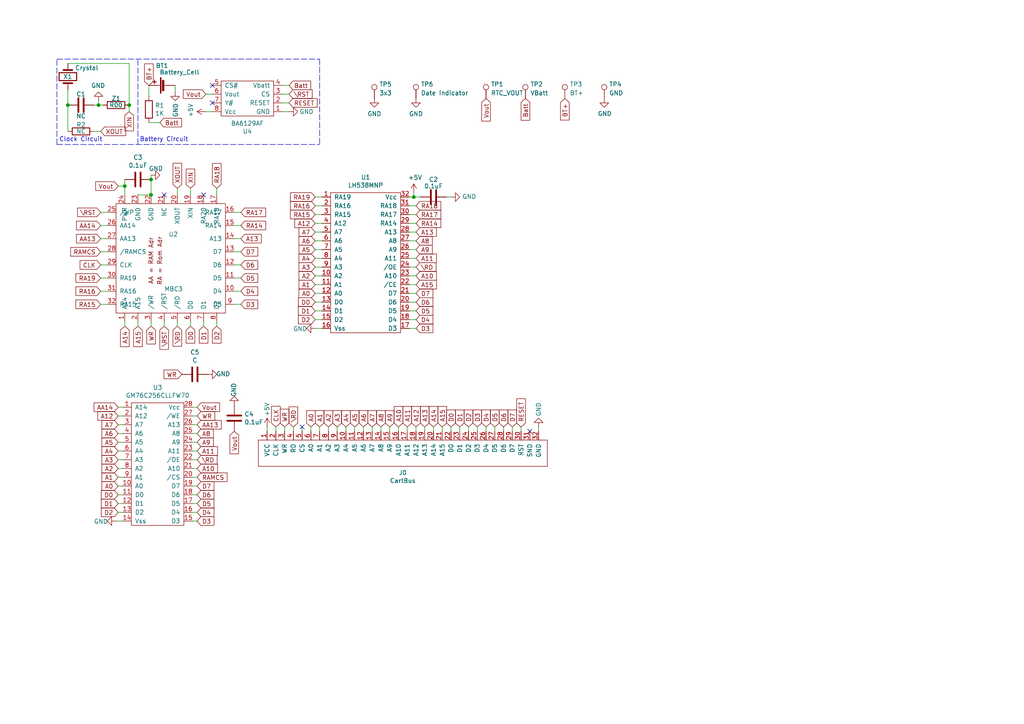
<source format=kicad_sch>
(kicad_sch (version 20211123) (generator eeschema)
  (paper "A4")
  (lib_symbols
    (symbol "Connector:TestPoint" (pin_numbers hide) (pin_names (offset 0.762) hide)
      (property "Reference" "TP" (at 0 6.858 0))
      (property "Value" "TestPoint" (at 0 5.08 0))
      (symbol "TestPoint_0_1"
        (circle (center 0 3.302) (radius 0.762))
      )
      (symbol "TestPoint_1_1"
        (pin passive line (at 0 0 90) (length 2.54) (name "1") (number "1"))
      )
    )
    (symbol "Device:Battery_Cell" (pin_numbers hide) (pin_names (offset 0) hide)
      (property "Reference" "BT" (at 2.54 2.54 0))
      (property "Value" "Battery_Cell" (at 2.54 0 0))
      (symbol "Battery_Cell_0_1"
        (rectangle (start -2.286 1.778) (end 2.286 1.524) (fill (type outline)))
        (rectangle (start -1.5748 1.1938) (end 1.4732 0.6858) (fill (type outline)))
        (polyline (pts (xy 0 0.762) (xy 0 0)))
        (polyline (pts (xy 0 1.778) (xy 0 2.54)))
        (polyline (pts (xy 0.508 3.429) (xy 1.524 3.429)) (stroke (width 0.254)))
        (polyline (pts (xy 1.016 3.937) (xy 1.016 2.921)) (stroke (width 0.254)))
      )
      (symbol "Battery_Cell_1_1"
        (pin passive line (at 0 5.08 270) (length 2.54) (name "+") (number "1"))
        (pin passive line (at 0 -2.54 90) (length 2.54) (name "-") (number "2"))
      )
    )
    (symbol "Device:C" (pin_numbers hide) (pin_names (offset 0.254))
      (property "Reference" "C" (at 0.635 2.54 0))
      (property "Value" "C" (at 0.635 -2.54 0))
      (symbol "C_0_1"
        (polyline (pts (xy -2.032 -0.762) (xy 2.032 -0.762)) (stroke (width 0.508)))
        (polyline (pts (xy -2.032 0.762) (xy 2.032 0.762)) (stroke (width 0.508)))
      )
      (symbol "C_1_1"
        (pin passive line (at 0 3.81 270) (length 2.794) (name "~") (number "1"))
        (pin passive line (at 0 -3.81 90) (length 2.794) (name "~") (number "2"))
      )
    )
    (symbol "Device:Crystal" (pin_numbers hide) (pin_names (offset 1.016) hide)
      (property "Reference" "Y" (at 0 3.81 0))
      (property "Value" "Crystal" (at 0 -3.81 0))
      (symbol "Crystal_0_1"
        (rectangle (start -1.143 2.54) (end 1.143 -2.54) (stroke (width 0.3048)))
        (polyline (pts (xy -2.54 0) (xy -1.905 0)))
        (polyline (pts (xy -1.905 -1.27) (xy -1.905 1.27)) (stroke (width 0.508)))
        (polyline (pts (xy 1.905 -1.27) (xy 1.905 1.27)) (stroke (width 0.508)))
        (polyline (pts (xy 2.54 0) (xy 1.905 0)))
      )
      (symbol "Crystal_1_1"
        (pin passive line (at -3.81 0 0) (length 1.27) (name "1") (number "1"))
        (pin passive line (at 3.81 0 180) (length 1.27) (name "2") (number "2"))
      )
    )
    (symbol "Device:R" (pin_numbers hide) (pin_names (offset 0))
      (property "Reference" "R" (at 2.032 0 90))
      (property "Value" "R" (at 0 0 90))
      (symbol "R_0_1"
        (rectangle (start -1.016 -2.54) (end 1.016 2.54) (stroke (width 0.254)))
      )
      (symbol "R_1_1"
        (pin passive line (at 0 3.81 270) (length 1.27) (name "~") (number "1"))
        (pin passive line (at 0 -3.81 90) (length 1.27) (name "~") (number "2"))
      )
    )
    (symbol "Gameboy:BA6129AF" (pin_names (offset 1.016))
      (property "Reference" "U4" (at -5.08 1.27 0))
      (property "Value" "BA6129AF" (at 7.62 4.445 0))
      (symbol "BA6129AF_1_1"
        (rectangle (start -7.62 -6.35) (end 7.62 3.81))
        (pin unspecified line (at -10.16 2.54 0) (length 2.54) (name "GND") (number "1"))
        (pin unspecified line (at -10.16 0 0) (length 2.54) (name "RESET") (number "2"))
        (pin unspecified line (at -10.16 -2.54 0) (length 2.54) (name "CS") (number "3"))
        (pin unspecified line (at -10.16 -5.08 0) (length 2.54) (name "Vbatt") (number "4"))
        (pin unspecified line (at 10.16 -5.08 180) (length 2.54) (name "CS#") (number "5"))
        (pin unspecified line (at 10.16 -2.54 180) (length 2.54) (name "Vout") (number "6"))
        (pin unspecified line (at 10.16 0 180) (length 2.54) (name "Y#") (number "7"))
        (pin unspecified line (at 10.16 2.54 180) (length 2.54) (name "Vcc") (number "8"))
      )
    )
    (symbol "Gameboy:LH538MNP" (pin_names (offset 1.016))
      (property "Reference" "U" (at 0 0 0))
      (property "Value" "Gameboy_LH538MNP" (at 0 -44.45 0))
      (symbol "LH538MNP_0_1"
        (rectangle (start -10.16 -1.27) (end 10.16 -41.91))
      )
      (symbol "LH538MNP_1_1"
        (pin unspecified line (at -12.7 -2.54 0) (length 2.54) (name "RA19") (number "1"))
        (pin unspecified line (at -12.7 -25.4 0) (length 2.54) (name "A2") (number "10"))
        (pin unspecified line (at -12.7 -27.94 0) (length 2.54) (name "A1") (number "11"))
        (pin unspecified line (at -12.7 -30.48 0) (length 2.54) (name "A0") (number "12"))
        (pin unspecified line (at -12.7 -33.02 0) (length 2.54) (name "D0") (number "13"))
        (pin unspecified line (at -12.7 -35.56 0) (length 2.54) (name "D1") (number "14"))
        (pin unspecified line (at -12.7 -38.1 0) (length 2.54) (name "D2") (number "15"))
        (pin unspecified line (at -12.7 -40.64 0) (length 2.54) (name "Vss") (number "16"))
        (pin unspecified line (at 12.7 -40.64 180) (length 2.54) (name "D3") (number "17"))
        (pin unspecified line (at 12.7 -38.1 180) (length 2.54) (name "D4") (number "18"))
        (pin unspecified line (at 12.7 -35.56 180) (length 2.54) (name "D5") (number "19"))
        (pin unspecified line (at -12.7 -5.08 0) (length 2.54) (name "RA16") (number "2"))
        (pin unspecified line (at 12.7 -33.02 180) (length 2.54) (name "D6") (number "20"))
        (pin unspecified line (at 12.7 -30.48 180) (length 2.54) (name "D7") (number "21"))
        (pin unspecified line (at 12.7 -27.94 180) (length 2.54) (name "/CE") (number "22"))
        (pin unspecified line (at 12.7 -25.4 180) (length 2.54) (name "A10") (number "23"))
        (pin unspecified line (at 12.7 -22.86 180) (length 2.54) (name "/OE") (number "24"))
        (pin unspecified line (at 12.7 -20.32 180) (length 2.54) (name "A11") (number "25"))
        (pin unspecified line (at 12.7 -17.78 180) (length 2.54) (name "A9") (number "26"))
        (pin unspecified line (at 12.7 -15.24 180) (length 2.54) (name "A8") (number "27"))
        (pin unspecified line (at 12.7 -12.7 180) (length 2.54) (name "A13") (number "28"))
        (pin unspecified line (at 12.7 -10.16 180) (length 2.54) (name "RA14") (number "29"))
        (pin unspecified line (at -12.7 -7.62 0) (length 2.54) (name "RA15") (number "3"))
        (pin unspecified line (at 12.7 -7.62 180) (length 2.54) (name "RA17") (number "30"))
        (pin unspecified line (at 12.7 -5.08 180) (length 2.54) (name "RA18") (number "31"))
        (pin unspecified line (at 12.7 -2.54 180) (length 2.54) (name "Vcc") (number "32"))
        (pin unspecified line (at -12.7 -10.16 0) (length 2.54) (name "A12") (number "4"))
        (pin unspecified line (at -12.7 -12.7 0) (length 2.54) (name "A7") (number "5"))
        (pin unspecified line (at -12.7 -15.24 0) (length 2.54) (name "A6") (number "6"))
        (pin unspecified line (at -12.7 -17.78 0) (length 2.54) (name "A5") (number "7"))
        (pin unspecified line (at -12.7 -20.32 0) (length 2.54) (name "A4") (number "8"))
        (pin unspecified line (at -12.7 -22.86 0) (length 2.54) (name "A3") (number "9"))
      )
    )
    (symbol "NintendoSymbols:CartBus" (pin_names (offset 1.016))
      (property "Reference" "U?" (at 24.13 -11.43 0))
      (property "Value" "NintendoSymbols_CartBus" (at 24.13 -8.89 0))
      (symbol "CartBus_0_1"
        (rectangle (start 66.04 0) (end -17.78 -7.62))
      )
      (symbol "CartBus_1_1"
        (pin unspecified line (at -15.24 2.54 270) (length 2.54) (name "VCC") (number "1"))
        (pin unspecified line (at 7.62 2.54 270) (length 2.54) (name "A4") (number "10"))
        (pin unspecified line (at 10.16 2.54 270) (length 2.54) (name "A5") (number "11"))
        (pin unspecified line (at 12.7 2.54 270) (length 2.54) (name "A6") (number "12"))
        (pin unspecified line (at 15.24 2.54 270) (length 2.54) (name "A7") (number "13"))
        (pin unspecified line (at 17.78 2.54 270) (length 2.54) (name "A8") (number "14"))
        (pin unspecified line (at 20.32 2.54 270) (length 2.54) (name "A9") (number "15"))
        (pin unspecified line (at 22.86 2.54 270) (length 2.54) (name "A10") (number "16"))
        (pin unspecified line (at 25.4 2.54 270) (length 2.54) (name "A11") (number "17"))
        (pin unspecified line (at 27.94 2.54 270) (length 2.54) (name "A12") (number "18"))
        (pin unspecified line (at 30.48 2.54 270) (length 2.54) (name "A13") (number "19"))
        (pin unspecified line (at -12.7 2.54 270) (length 2.54) (name "CLK~{}") (number "2"))
        (pin unspecified line (at 33.02 2.54 270) (length 2.54) (name "A14") (number "20"))
        (pin unspecified line (at 35.56 2.54 270) (length 2.54) (name "A15") (number "21"))
        (pin unspecified line (at 38.1 2.54 270) (length 2.54) (name "D0") (number "22"))
        (pin unspecified line (at 40.64 2.54 270) (length 2.54) (name "D1") (number "23"))
        (pin unspecified line (at 43.18 2.54 270) (length 2.54) (name "D2") (number "24"))
        (pin unspecified line (at 45.72 2.54 270) (length 2.54) (name "D3") (number "25"))
        (pin unspecified line (at 48.26 2.54 270) (length 2.54) (name "D4") (number "26"))
        (pin unspecified line (at 50.8 2.54 270) (length 2.54) (name "D5") (number "27"))
        (pin unspecified line (at 53.34 2.54 270) (length 2.54) (name "D6") (number "28"))
        (pin unspecified line (at 55.88 2.54 270) (length 2.54) (name "D7") (number "29"))
        (pin unspecified line (at -10.16 2.54 270) (length 2.54) (name "WR") (number "3"))
        (pin unspecified line (at 58.42 2.54 270) (length 2.54) (name "RST") (number "30"))
        (pin unspecified line (at 60.96 2.54 270) (length 2.54) (name "SND") (number "31"))
        (pin unspecified line (at 63.5 2.54 270) (length 2.54) (name "GND") (number "32"))
        (pin unspecified line (at -7.62 2.54 270) (length 2.54) (name "RD") (number "4"))
        (pin unspecified line (at -5.08 2.54 270) (length 2.54) (name "CS") (number "5"))
        (pin unspecified line (at -2.54 2.54 270) (length 2.54) (name "A0") (number "6"))
        (pin unspecified line (at 0 2.54 270) (length 2.54) (name "A1") (number "7"))
        (pin unspecified line (at 2.54 2.54 270) (length 2.54) (name "A2") (number "8"))
        (pin unspecified line (at 5.08 2.54 270) (length 2.54) (name "A3") (number "9"))
      )
    )
    (symbol "NintendoSymbols:GM76C256CLLFW70" (pin_names (offset 1.016))
      (property "Reference" "U" (at 0 0 0))
      (property "Value" "NintendoSymbols_GM76C256CLLFW70" (at 0 -38.1 0))
      (symbol "GM76C256CLLFW70_0_1"
        (rectangle (start -7.62 -1.27) (end 7.62 -36.83))
      )
      (symbol "GM76C256CLLFW70_1_1"
        (pin unspecified line (at -10.16 -2.54 0) (length 2.54) (name "A14") (number "1"))
        (pin unspecified line (at -10.16 -25.4 0) (length 2.54) (name "A0") (number "10"))
        (pin unspecified line (at -10.16 -27.94 0) (length 2.54) (name "D0") (number "11"))
        (pin unspecified line (at -10.16 -30.48 0) (length 2.54) (name "D1") (number "12"))
        (pin unspecified line (at -10.16 -33.02 0) (length 2.54) (name "D2") (number "13"))
        (pin unspecified line (at -10.16 -35.56 0) (length 2.54) (name "Vss") (number "14"))
        (pin unspecified line (at 10.16 -35.56 180) (length 2.54) (name "D3") (number "15"))
        (pin unspecified line (at 10.16 -33.02 180) (length 2.54) (name "D4") (number "16"))
        (pin unspecified line (at 10.16 -30.48 180) (length 2.54) (name "D5") (number "17"))
        (pin unspecified line (at 10.16 -27.94 180) (length 2.54) (name "D6") (number "18"))
        (pin unspecified line (at 10.16 -25.4 180) (length 2.54) (name "D7") (number "19"))
        (pin unspecified line (at -10.16 -5.08 0) (length 2.54) (name "A12") (number "2"))
        (pin unspecified line (at 10.16 -22.86 180) (length 2.54) (name "/CS") (number "20"))
        (pin unspecified line (at 10.16 -20.32 180) (length 2.54) (name "A10") (number "21"))
        (pin unspecified line (at 10.16 -17.78 180) (length 2.54) (name "/OE") (number "22"))
        (pin unspecified line (at 10.16 -15.24 180) (length 2.54) (name "A11") (number "23"))
        (pin unspecified line (at 10.16 -12.7 180) (length 2.54) (name "A9") (number "24"))
        (pin unspecified line (at 10.16 -10.16 180) (length 2.54) (name "A8") (number "25"))
        (pin unspecified line (at 10.16 -7.62 180) (length 2.54) (name "A13") (number "26"))
        (pin unspecified line (at 10.16 -5.08 180) (length 2.54) (name "/WE") (number "27"))
        (pin unspecified line (at 10.16 -2.54 180) (length 2.54) (name "Vcc") (number "28"))
        (pin unspecified line (at -10.16 -7.62 0) (length 2.54) (name "A7") (number "3"))
        (pin unspecified line (at -10.16 -10.16 0) (length 2.54) (name "A6") (number "4"))
        (pin unspecified line (at -10.16 -12.7 0) (length 2.54) (name "A5") (number "5"))
        (pin unspecified line (at -10.16 -15.24 0) (length 2.54) (name "A4") (number "6"))
        (pin unspecified line (at -10.16 -17.78 0) (length 2.54) (name "A3") (number "7"))
        (pin unspecified line (at -10.16 -20.32 0) (length 2.54) (name "A2") (number "8"))
        (pin unspecified line (at -10.16 -22.86 0) (length 2.54) (name "A1") (number "9"))
      )
    )
    (symbol "NintendoSymbols:MBC3" (pin_names (offset 1.016))
      (property "Reference" "U" (at -12.7 -13.97 0))
      (property "Value" "NintendoSymbols_MBC3" (at -12.7 -31.75 0))
      (symbol "MBC3_0_0"
        (text "AA = RAM Adr" (at -12.7 -16.51 0) (effects (font (size 1.27 1.27))))
        (text "RA = Rom Adr" (at -12.7 -19.05 0) (effects (font (size 1.27 1.27))))
      )
      (symbol "MBC3_1_1"
        (rectangle (start 3.81 -6.35) (end -27.94 -38.1))
        (pin unspecified line (at -30.48 -8.89 0) (length 2.54) (name "A14") (number "1"))
        (pin unspecified line (at -21.59 -40.64 90) (length 2.54) (name "D4") (number "10"))
        (pin unspecified line (at -17.78 -40.64 90) (length 2.54) (name "D5") (number "11"))
        (pin unspecified line (at -13.97 -40.64 90) (length 2.54) (name "D6") (number "12"))
        (pin unspecified line (at -10.16 -40.64 90) (length 2.54) (name "D7") (number "13"))
        (pin unspecified line (at -6.35 -40.64 90) (length 2.54) (name "A13") (number "14"))
        (pin unspecified line (at -2.54 -40.64 90) (length 2.54) (name "RA14") (number "15"))
        (pin unspecified line (at 1.27 -40.64 90) (length 2.54) (name "RA17") (number "16"))
        (pin unspecified line (at 6.35 -35.56 180) (length 2.54) (name "RA18") (number "17"))
        (pin unspecified line (at 6.35 -31.75 180) (length 2.54) (name "RA20") (number "18"))
        (pin unspecified line (at 6.35 -27.94 180) (length 2.54) (name "XIN") (number "19"))
        (pin unspecified line (at -30.48 -12.7 0) (length 2.54) (name "A15") (number "2"))
        (pin unspecified line (at 6.35 -24.13 180) (length 2.54) (name "XOUT") (number "20"))
        (pin unspecified line (at 6.35 -20.32 180) (length 2.54) (name "NC") (number "21"))
        (pin unspecified line (at 6.35 -16.51 180) (length 2.54) (name "GND") (number "22"))
        (pin unspecified line (at 6.35 -12.7 180) (length 2.54) (name "GND") (number "23"))
        (pin unspecified line (at 6.35 -8.89 180) (length 2.54) (name "PWR") (number "24"))
        (pin unspecified line (at 1.27 -3.81 270) (length 2.54) (name "/WP") (number "25"))
        (pin unspecified line (at -2.54 -3.81 270) (length 2.54) (name "AA14") (number "26"))
        (pin unspecified line (at -6.35 -3.81 270) (length 2.54) (name "AA13") (number "27"))
        (pin unspecified line (at -10.16 -3.81 270) (length 2.54) (name "/RAMCS") (number "28"))
        (pin unspecified line (at -13.97 -3.81 270) (length 2.54) (name "CLK") (number "29"))
        (pin unspecified line (at -30.48 -16.51 0) (length 2.54) (name "/WR") (number "3"))
        (pin unspecified line (at -17.78 -3.81 270) (length 2.54) (name "RA19") (number "30"))
        (pin unspecified line (at -21.59 -3.81 270) (length 2.54) (name "RA16") (number "31"))
        (pin unspecified line (at -25.4 -3.81 270) (length 2.54) (name "RA15") (number "32"))
        (pin unspecified line (at -30.48 -20.32 0) (length 2.54) (name "/RST") (number "4"))
        (pin unspecified line (at -30.48 -24.13 0) (length 2.54) (name "/RD") (number "5"))
        (pin unspecified line (at -30.48 -27.94 0) (length 2.54) (name "D0") (number "6"))
        (pin unspecified line (at -30.48 -31.75 0) (length 2.54) (name "D1") (number "7"))
        (pin unspecified line (at -30.48 -35.56 0) (length 2.54) (name "D2") (number "8"))
        (pin unspecified line (at -25.4 -40.64 90) (length 2.54) (name "D3") (number "9"))
      )
    )
    (symbol "power:+5V" (power) (pin_names (offset 0))
      (property "Value" "+5V" (at 0 3.556 0))
      (symbol "+5V_0_1"
        (polyline (pts (xy -0.762 1.27) (xy 0 2.54)))
        (polyline (pts (xy 0 0) (xy 0 2.54)))
        (polyline (pts (xy 0 2.54) (xy 0.762 1.27)))
      )
      (symbol "+5V_1_1"
        (pin power_in line (at 0 0 90) (length 0) hide (name "+5V") (number "1"))
      )
    )
    (symbol "power:GND" (power) (pin_names (offset 0))
      (property "Value" "GND" (at 0 -3.81 0))
      (symbol "GND_0_1"
        (polyline (pts (xy 0 0) (xy 0 -1.27) (xy 1.27 -1.27) (xy 0 -2.54) (xy -1.27 -1.27) (xy 0 -1.27)))
      )
      (symbol "GND_1_1"
        (pin power_in line (at 0 0 270) (length 0) hide (name "GND") (number "1"))
      )
    )
  )
  (junction (at 19.685 30.48))
  (junction (at 37.465 30.48))
  (junction (at 43.815 56.515))
  (junction (at 28.575 30.48))
  (junction (at 120.015 57.15))
  (junction (at 36.195 53.975))
  (junction (at 43.815 52.07))
  (no_connect (at 153.67 125.095))
  (no_connect (at 59.055 56.515))
  (no_connect (at 87.63 123.825))
  (no_connect (at 61.595 24.765))
  (no_connect (at 47.625 56.515))
  (no_connect (at 61.595 29.845))
  (wire (pts (xy 55.88 146.05) (xy 57.15 146.05)))
  (polyline (pts (xy 16.51 41.91) (xy 92.71 41.91)))
  (wire (pts (xy 34.29 138.43) (xy 35.56 138.43)))
  (wire (pts (xy 118.745 90.17) (xy 120.65 90.17)))
  (wire (pts (xy 77.47 123.825) (xy 77.47 125.095)))
  (wire (pts (xy 118.745 85.09) (xy 120.65 85.09)))
  (wire (pts (xy 129.54 57.15) (xy 130.81 57.15)))
  (wire (pts (xy 67.945 65.405) (xy 69.85 65.405)))
  (polyline (pts (xy 40.005 41.91) (xy 40.005 17.145)))
  (wire (pts (xy 118.745 74.93) (xy 120.65 74.93)))
  (wire (pts (xy 34.29 146.05) (xy 35.56 146.05)))
  (wire (pts (xy 91.44 90.17) (xy 93.345 90.17)))
  (wire (pts (xy 81.915 24.765) (xy 83.82 24.765)))
  (wire (pts (xy 118.745 95.25) (xy 120.65 95.25)))
  (wire (pts (xy 148.59 125.095) (xy 148.59 123.825)))
  (wire (pts (xy 93.345 95.25) (xy 91.44 95.25)))
  (wire (pts (xy 34.29 143.51) (xy 35.56 143.51)))
  (wire (pts (xy 36.195 53.975) (xy 36.195 52.07)))
  (wire (pts (xy 55.245 56.515) (xy 55.245 54.61)))
  (wire (pts (xy 118.11 125.095) (xy 118.11 123.825)))
  (wire (pts (xy 125.73 125.095) (xy 125.73 123.825)))
  (wire (pts (xy 67.945 61.595) (xy 69.85 61.595)))
  (wire (pts (xy 91.44 74.93) (xy 93.345 74.93)))
  (wire (pts (xy 40.005 93.345) (xy 40.005 94.615)))
  (wire (pts (xy 40.005 56.515) (xy 43.815 56.515)))
  (wire (pts (xy 118.745 59.69) (xy 120.65 59.69)))
  (wire (pts (xy 91.44 92.71) (xy 93.345 92.71)))
  (wire (pts (xy 118.745 80.01) (xy 120.65 80.01)))
  (wire (pts (xy 120.015 57.15) (xy 120.015 55.88)))
  (wire (pts (xy 29.21 65.405) (xy 31.115 65.405)))
  (wire (pts (xy 47.625 93.345) (xy 47.625 94.615)))
  (wire (pts (xy 43.815 52.07) (xy 43.815 50.8)))
  (wire (pts (xy 29.21 80.645) (xy 31.115 80.645)))
  (wire (pts (xy 115.57 125.095) (xy 115.57 123.825)))
  (wire (pts (xy 19.685 30.48) (xy 19.685 38.1)))
  (wire (pts (xy 37.465 18.415) (xy 19.685 18.415)))
  (wire (pts (xy 67.945 76.835) (xy 69.85 76.835)))
  (wire (pts (xy 37.465 30.48) (xy 37.465 18.415)))
  (wire (pts (xy 55.88 118.11) (xy 57.15 118.11)))
  (wire (pts (xy 67.945 88.265) (xy 69.85 88.265)))
  (wire (pts (xy 97.79 125.095) (xy 97.79 123.825)))
  (wire (pts (xy 43.815 52.07) (xy 43.815 56.515)))
  (wire (pts (xy 29.21 76.835) (xy 31.115 76.835)))
  (wire (pts (xy 55.245 93.345) (xy 55.245 94.615)))
  (wire (pts (xy 91.44 82.55) (xy 93.345 82.55)))
  (wire (pts (xy 81.915 27.305) (xy 83.82 27.305)))
  (wire (pts (xy 55.88 128.27) (xy 57.15 128.27)))
  (wire (pts (xy 113.03 125.095) (xy 113.03 123.825)))
  (wire (pts (xy 51.435 56.515) (xy 51.435 54.61)))
  (wire (pts (xy 156.21 125.095) (xy 156.21 123.825)))
  (wire (pts (xy 55.88 120.65) (xy 57.15 120.65)))
  (wire (pts (xy 55.88 133.35) (xy 57.15 133.35)))
  (wire (pts (xy 27.305 38.1) (xy 29.21 38.1)))
  (wire (pts (xy 82.55 125.095) (xy 82.55 123.825)))
  (wire (pts (xy 55.88 148.59) (xy 57.15 148.59)))
  (wire (pts (xy 91.44 85.09) (xy 93.345 85.09)))
  (wire (pts (xy 19.685 26.035) (xy 19.685 30.48)))
  (wire (pts (xy 121.92 57.15) (xy 120.015 57.15)))
  (polyline (pts (xy 92.71 17.145) (xy 92.71 41.91)))
  (wire (pts (xy 55.88 123.19) (xy 57.15 123.19)))
  (wire (pts (xy 118.745 62.23) (xy 120.65 62.23)))
  (wire (pts (xy 118.745 77.47) (xy 120.65 77.47)))
  (wire (pts (xy 67.945 80.645) (xy 69.85 80.645)))
  (wire (pts (xy 67.945 84.455) (xy 69.85 84.455)))
  (wire (pts (xy 43.18 24.765) (xy 43.18 27.94)))
  (wire (pts (xy 143.51 125.095) (xy 143.51 123.825)))
  (wire (pts (xy 91.44 87.63) (xy 93.345 87.63)))
  (wire (pts (xy 130.81 125.095) (xy 130.81 123.825)))
  (wire (pts (xy 67.945 69.215) (xy 69.85 69.215)))
  (wire (pts (xy 138.43 125.095) (xy 138.43 123.825)))
  (wire (pts (xy 59.69 32.385) (xy 61.595 32.385)))
  (polyline (pts (xy 16.51 17.145) (xy 92.71 17.145)))
  (wire (pts (xy 62.865 56.515) (xy 62.865 54.61)))
  (wire (pts (xy 146.05 125.095) (xy 146.05 123.825)))
  (wire (pts (xy 107.95 125.095) (xy 107.95 123.825)))
  (wire (pts (xy 34.29 125.73) (xy 35.56 125.73)))
  (wire (pts (xy 28.575 30.48) (xy 29.845 30.48)))
  (wire (pts (xy 140.97 125.095) (xy 140.97 123.825)))
  (wire (pts (xy 34.29 128.27) (xy 35.56 128.27)))
  (wire (pts (xy 36.195 56.515) (xy 36.195 53.975)))
  (wire (pts (xy 55.88 138.43) (xy 57.15 138.43)))
  (wire (pts (xy 29.21 73.025) (xy 31.115 73.025)))
  (wire (pts (xy 120.65 125.095) (xy 120.65 123.825)))
  (wire (pts (xy 90.17 125.095) (xy 90.17 123.825)))
  (wire (pts (xy 59.055 93.345) (xy 59.055 94.615)))
  (wire (pts (xy 100.33 125.095) (xy 100.33 123.825)))
  (wire (pts (xy 118.745 72.39) (xy 120.65 72.39)))
  (wire (pts (xy 118.745 92.71) (xy 120.65 92.71)))
  (wire (pts (xy 81.915 32.385) (xy 83.82 32.385)))
  (wire (pts (xy 91.44 62.23) (xy 93.345 62.23)))
  (wire (pts (xy 27.305 30.48) (xy 28.575 30.48)))
  (wire (pts (xy 35.56 151.13) (xy 33.655 151.13)))
  (wire (pts (xy 55.88 125.73) (xy 57.15 125.73)))
  (wire (pts (xy 102.87 125.095) (xy 102.87 123.825)))
  (wire (pts (xy 34.29 53.975) (xy 36.195 53.975)))
  (wire (pts (xy 55.88 135.89) (xy 57.15 135.89)))
  (wire (pts (xy 43.18 35.56) (xy 46.355 35.56)))
  (wire (pts (xy 61.595 27.305) (xy 59.69 27.305)))
  (wire (pts (xy 123.19 125.095) (xy 123.19 123.825)))
  (wire (pts (xy 29.21 88.265) (xy 31.115 88.265)))
  (wire (pts (xy 91.44 69.85) (xy 93.345 69.85)))
  (wire (pts (xy 87.63 125.095) (xy 87.63 123.825)))
  (wire (pts (xy 36.195 93.345) (xy 36.195 94.615)))
  (wire (pts (xy 67.945 73.025) (xy 69.85 73.025)))
  (wire (pts (xy 34.29 123.19) (xy 35.56 123.19)))
  (wire (pts (xy 37.465 30.48) (xy 37.465 32.385)))
  (wire (pts (xy 43.815 93.345) (xy 43.815 94.615)))
  (wire (pts (xy 105.41 125.095) (xy 105.41 123.825)))
  (wire (pts (xy 128.27 125.095) (xy 128.27 123.825)))
  (wire (pts (xy 118.745 69.85) (xy 120.65 69.85)))
  (wire (pts (xy 55.88 151.13) (xy 57.15 151.13)))
  (wire (pts (xy 80.01 125.095) (xy 80.01 123.825)))
  (wire (pts (xy 118.745 64.77) (xy 120.65 64.77)))
  (wire (pts (xy 95.25 125.095) (xy 95.25 123.825)))
  (wire (pts (xy 29.21 84.455) (xy 31.115 84.455)))
  (wire (pts (xy 34.29 130.81) (xy 35.56 130.81)))
  (wire (pts (xy 81.915 29.845) (xy 83.82 29.845)))
  (wire (pts (xy 29.21 61.595) (xy 31.115 61.595)))
  (wire (pts (xy 91.44 57.15) (xy 93.345 57.15)))
  (wire (pts (xy 91.44 72.39) (xy 93.345 72.39)))
  (wire (pts (xy 91.44 80.01) (xy 93.345 80.01)))
  (wire (pts (xy 91.44 59.69) (xy 93.345 59.69)))
  (wire (pts (xy 133.35 125.095) (xy 133.35 123.825)))
  (wire (pts (xy 51.435 93.345) (xy 51.435 94.615)))
  (wire (pts (xy 34.29 118.11) (xy 35.56 118.11)))
  (wire (pts (xy 118.745 87.63) (xy 120.65 87.63)))
  (wire (pts (xy 55.88 143.51) (xy 57.15 143.51)))
  (wire (pts (xy 50.8 24.765) (xy 50.8 26.67)))
  (wire (pts (xy 91.44 77.47) (xy 93.345 77.47)))
  (wire (pts (xy 34.29 133.35) (xy 35.56 133.35)))
  (wire (pts (xy 118.745 82.55) (xy 120.65 82.55)))
  (wire (pts (xy 29.21 69.215) (xy 31.115 69.215)))
  (wire (pts (xy 55.88 140.97) (xy 57.15 140.97)))
  (wire (pts (xy 34.29 135.89) (xy 35.56 135.89)))
  (wire (pts (xy 110.49 125.095) (xy 110.49 123.825)))
  (wire (pts (xy 34.29 120.65) (xy 35.56 120.65)))
  (wire (pts (xy 91.44 64.77) (xy 93.345 64.77)))
  (wire (pts (xy 118.745 67.31) (xy 120.65 67.31)))
  (wire (pts (xy 151.13 125.095) (xy 151.13 123.825)))
  (wire (pts (xy 34.29 140.97) (xy 35.56 140.97)))
  (wire (pts (xy 62.865 93.345) (xy 62.865 94.615)))
  (wire (pts (xy 120.015 57.15) (xy 118.745 57.15)))
  (wire (pts (xy 28.575 29.21) (xy 28.575 30.48)))
  (wire (pts (xy 85.09 125.095) (xy 85.09 123.825)))
  (wire (pts (xy 135.89 125.095) (xy 135.89 123.825)))
  (wire (pts (xy 92.71 125.095) (xy 92.71 123.825)))
  (wire (pts (xy 91.44 67.31) (xy 93.345 67.31)))
  (wire (pts (xy 55.88 130.81) (xy 57.15 130.81)))
  (wire (pts (xy 34.29 148.59) (xy 35.56 148.59)))
  (polyline (pts (xy 16.51 41.91) (xy 16.51 17.145)))
  (text "Battery Circuit" (at 54.61 41.275 180) (effects (font (size 1.27 1.27)) (justify right bottom)))
  (text "Clock Circuit" (at 17.145 41.275 0) (effects (font (size 1.27 1.27)) (justify left bottom)))
  (global_label "A1" (shape input) (at 92.71 123.825 90) (property "Intersheet References" "${INTERSHEET_REFS}" (effects hide)))
  (global_label "Vout" (shape input) (at 59.69 27.305 180) (property "Intersheet References" "${INTERSHEET_REFS}" (effects hide)))
  (global_label "A10" (shape input) (at 57.15 135.89 0) (property "Intersheet References" "${INTERSHEET_REFS}" (effects hide)))
  (global_label "Vout" (shape input) (at 57.15 118.11 0) (property "Intersheet References" "${INTERSHEET_REFS}" (effects hide)))
  (global_label "D7" (shape input) (at 57.15 140.97 0) (property "Intersheet References" "${INTERSHEET_REFS}" (effects hide)))
  (global_label "D1" (shape input) (at 34.29 146.05 180) (property "Intersheet References" "${INTERSHEET_REFS}" (effects hide)))
  (global_label "D3" (shape input) (at 120.65 95.25 0) (property "Intersheet References" "${INTERSHEET_REFS}" (effects hide)))
  (global_label "A4" (shape input) (at 91.44 74.93 180) (property "Intersheet References" "${INTERSHEET_REFS}" (effects hide)))
  (global_label "A1" (shape input) (at 34.29 138.43 180) (property "Intersheet References" "${INTERSHEET_REFS}" (effects hide)))
  (global_label "AA13" (shape input) (at 57.15 123.19 0) (property "Intersheet References" "${INTERSHEET_REFS}" (effects hide)))
  (global_label "D3" (shape input) (at 69.85 88.265 0) (property "Intersheet References" "${INTERSHEET_REFS}" (effects hide)))
  (global_label "D7" (shape input) (at 120.65 85.09 0) (property "Intersheet References" "${INTERSHEET_REFS}" (effects hide)))
  (global_label "BT+" (shape input) (at 43.18 24.765 90) (property "Intersheet References" "${INTERSHEET_REFS}" (effects hide)))
  (global_label "RAMCS" (shape input) (at 29.21 73.025 180) (property "Intersheet References" "${INTERSHEET_REFS}" (effects hide)))
  (global_label "Batt" (shape input) (at 83.82 24.765 0) (property "Intersheet References" "${INTERSHEET_REFS}" (effects hide)))
  (global_label "A0" (shape input) (at 90.17 123.825 90) (property "Intersheet References" "${INTERSHEET_REFS}" (effects hide)))
  (global_label "D4" (shape input) (at 120.65 92.71 0) (property "Intersheet References" "${INTERSHEET_REFS}" (effects hide)))
  (global_label "A7" (shape input) (at 107.95 123.825 90) (property "Intersheet References" "${INTERSHEET_REFS}" (effects hide)))
  (global_label "WR" (shape input) (at 52.705 108.585 180) (property "Intersheet References" "${INTERSHEET_REFS}" (effects hide)))
  (global_label "A12" (shape input) (at 120.65 123.825 90) (property "Intersheet References" "${INTERSHEET_REFS}" (effects hide)))
  (global_label "RA16" (shape input) (at 29.21 84.455 180) (property "Intersheet References" "${INTERSHEET_REFS}" (effects hide)))
  (global_label "\\RD" (shape input) (at 51.435 94.615 270) (property "Intersheet References" "${INTERSHEET_REFS}" (effects hide)))
  (global_label "D1" (shape input) (at 59.055 94.615 270) (property "Intersheet References" "${INTERSHEET_REFS}" (effects hide)))
  (global_label "D5" (shape input) (at 57.15 146.05 0) (property "Intersheet References" "${INTERSHEET_REFS}" (effects hide)))
  (global_label "RA14" (shape input) (at 69.85 65.405 0) (property "Intersheet References" "${INTERSHEET_REFS}" (effects hide)))
  (global_label "D7" (shape input) (at 69.85 73.025 0) (property "Intersheet References" "${INTERSHEET_REFS}" (effects hide)))
  (global_label "A4" (shape input) (at 100.33 123.825 90) (property "Intersheet References" "${INTERSHEET_REFS}" (effects hide)))
  (global_label "RA15" (shape input) (at 29.21 88.265 180) (property "Intersheet References" "${INTERSHEET_REFS}" (effects hide)))
  (global_label "RA14" (shape input) (at 120.65 64.77 0) (property "Intersheet References" "${INTERSHEET_REFS}" (effects hide)))
  (global_label "RA16" (shape input) (at 91.44 59.69 180) (property "Intersheet References" "${INTERSHEET_REFS}" (effects hide)))
  (global_label "A11" (shape input) (at 57.15 130.81 0) (property "Intersheet References" "${INTERSHEET_REFS}" (effects hide)))
  (global_label "RESET" (shape input) (at 83.82 29.845 0) (property "Intersheet References" "${INTERSHEET_REFS}" (effects hide)))
  (global_label "A5" (shape input) (at 102.87 123.825 90) (property "Intersheet References" "${INTERSHEET_REFS}" (effects hide)))
  (global_label "XIN" (shape input) (at 55.245 54.61 90) (property "Intersheet References" "${INTERSHEET_REFS}" (effects hide)))
  (global_label "A2" (shape input) (at 95.25 123.825 90) (property "Intersheet References" "${INTERSHEET_REFS}" (effects hide)))
  (global_label "Vout" (shape input) (at 67.945 125.095 270) (property "Intersheet References" "${INTERSHEET_REFS}" (effects hide)))
  (global_label "A2" (shape input) (at 91.44 80.01 180) (property "Intersheet References" "${INTERSHEET_REFS}" (effects hide)))
  (global_label "D5" (shape input) (at 120.65 90.17 0) (property "Intersheet References" "${INTERSHEET_REFS}" (effects hide)))
  (global_label "A6" (shape input) (at 34.29 125.73 180) (property "Intersheet References" "${INTERSHEET_REFS}" (effects hide)))
  (global_label "Batt" (shape input) (at 46.355 35.56 0) (property "Intersheet References" "${INTERSHEET_REFS}" (effects hide)))
  (global_label "D0" (shape input) (at 55.245 94.615 270) (property "Intersheet References" "${INTERSHEET_REFS}" (effects hide)))
  (global_label "RA19" (shape input) (at 91.44 57.15 180) (property "Intersheet References" "${INTERSHEET_REFS}" (effects hide)))
  (global_label "RA18" (shape input) (at 62.865 54.61 90) (property "Intersheet References" "${INTERSHEET_REFS}" (effects hide)))
  (global_label "CLK" (shape input) (at 80.01 123.825 90) (property "Intersheet References" "${INTERSHEET_REFS}" (effects hide)))
  (global_label "A15" (shape input) (at 40.005 94.615 270) (property "Intersheet References" "${INTERSHEET_REFS}" (effects hide)))
  (global_label "A7" (shape input) (at 34.29 123.19 180) (property "Intersheet References" "${INTERSHEET_REFS}" (effects hide)))
  (global_label "A1" (shape input) (at 91.44 82.55 180) (property "Intersheet References" "${INTERSHEET_REFS}" (effects hide)))
  (global_label "A14" (shape input) (at 36.195 94.615 270) (property "Intersheet References" "${INTERSHEET_REFS}" (effects hide)))
  (global_label "XOUT" (shape input) (at 51.435 54.61 90) (property "Intersheet References" "${INTERSHEET_REFS}" (effects hide)))
  (global_label "D0" (shape input) (at 130.81 123.825 90) (property "Intersheet References" "${INTERSHEET_REFS}" (effects hide)))
  (global_label "A3" (shape input) (at 91.44 77.47 180) (property "Intersheet References" "${INTERSHEET_REFS}" (effects hide)))
  (global_label "D7" (shape input) (at 148.59 123.825 90) (property "Intersheet References" "${INTERSHEET_REFS}" (effects hide)))
  (global_label "D6" (shape input) (at 69.85 76.835 0) (property "Intersheet References" "${INTERSHEET_REFS}" (effects hide)))
  (global_label "A8" (shape input) (at 120.65 69.85 0) (property "Intersheet References" "${INTERSHEET_REFS}" (effects hide)))
  (global_label "A11" (shape input) (at 118.11 123.825 90) (property "Intersheet References" "${INTERSHEET_REFS}" (effects hide)))
  (global_label "A0" (shape input) (at 34.29 140.97 180) (property "Intersheet References" "${INTERSHEET_REFS}" (effects hide)))
  (global_label "A7" (shape input) (at 91.44 67.31 180) (property "Intersheet References" "${INTERSHEET_REFS}" (effects hide)))
  (global_label "XIN" (shape input) (at 37.465 32.385 270) (property "Intersheet References" "${INTERSHEET_REFS}" (effects hide)))
  (global_label "\\RD" (shape input) (at 57.15 133.35 0) (property "Intersheet References" "${INTERSHEET_REFS}" (effects hide)))
  (global_label "RA19" (shape input) (at 29.21 80.645 180) (property "Intersheet References" "${INTERSHEET_REFS}" (effects hide)))
  (global_label "D2" (shape input) (at 62.865 94.615 270) (property "Intersheet References" "${INTERSHEET_REFS}" (effects hide)))
  (global_label "XOUT" (shape input) (at 29.21 38.1 0) (property "Intersheet References" "${INTERSHEET_REFS}" (effects hide)))
  (global_label "A5" (shape input) (at 91.44 72.39 180) (property "Intersheet References" "${INTERSHEET_REFS}" (effects hide)))
  (global_label "A12" (shape input) (at 91.44 64.77 180) (property "Intersheet References" "${INTERSHEET_REFS}" (effects hide)))
  (global_label "A8" (shape input) (at 110.49 123.825 90) (property "Intersheet References" "${INTERSHEET_REFS}" (effects hide)))
  (global_label "D4" (shape input) (at 140.97 123.825 90) (property "Intersheet References" "${INTERSHEET_REFS}" (effects hide)))
  (global_label "A6" (shape input) (at 91.44 69.85 180) (property "Intersheet References" "${INTERSHEET_REFS}" (effects hide)))
  (global_label "A15" (shape input) (at 128.27 123.825 90) (property "Intersheet References" "${INTERSHEET_REFS}" (effects hide)))
  (global_label "AA14" (shape input) (at 29.21 65.405 180) (property "Intersheet References" "${INTERSHEET_REFS}" (effects hide)))
  (global_label "A10" (shape input) (at 115.57 123.825 90) (property "Intersheet References" "${INTERSHEET_REFS}" (effects hide)))
  (global_label "D6" (shape input) (at 120.65 87.63 0) (property "Intersheet References" "${INTERSHEET_REFS}" (effects hide)))
  (global_label "A2" (shape input) (at 34.29 135.89 180) (property "Intersheet References" "${INTERSHEET_REFS}" (effects hide)))
  (global_label "Batt" (shape input) (at 152.4 28.575 270) (property "Intersheet References" "${INTERSHEET_REFS}" (effects hide)))
  (global_label "RA17" (shape input) (at 69.85 61.595 0) (property "Intersheet References" "${INTERSHEET_REFS}" (effects hide)))
  (global_label "A11" (shape input) (at 120.65 74.93 0) (property "Intersheet References" "${INTERSHEET_REFS}" (effects hide)))
  (global_label "A0" (shape input) (at 91.44 85.09 180) (property "Intersheet References" "${INTERSHEET_REFS}" (effects hide)))
  (global_label "Vout" (shape input) (at 34.29 53.975 180) (property "Intersheet References" "${INTERSHEET_REFS}" (effects hide)))
  (global_label "D4" (shape input) (at 57.15 148.59 0) (property "Intersheet References" "${INTERSHEET_REFS}" (effects hide)))
  (global_label "RAMCS" (shape input) (at 57.15 138.43 0) (property "Intersheet References" "${INTERSHEET_REFS}" (effects hide)))
  (global_label "D6" (shape input) (at 57.15 143.51 0) (property "Intersheet References" "${INTERSHEET_REFS}" (effects hide)))
  (global_label "A14" (shape input) (at 125.73 123.825 90) (property "Intersheet References" "${INTERSHEET_REFS}" (effects hide)))
  (global_label "A6" (shape input) (at 105.41 123.825 90) (property "Intersheet References" "${INTERSHEET_REFS}" (effects hide)))
  (global_label "D3" (shape input) (at 138.43 123.825 90) (property "Intersheet References" "${INTERSHEET_REFS}" (effects hide)))
  (global_label "A9" (shape input) (at 120.65 72.39 0) (property "Intersheet References" "${INTERSHEET_REFS}" (effects hide)))
  (global_label "WR" (shape input) (at 43.815 94.615 270) (property "Intersheet References" "${INTERSHEET_REFS}" (effects hide)))
  (global_label "A10" (shape input) (at 120.65 80.01 0) (property "Intersheet References" "${INTERSHEET_REFS}" (effects hide)))
  (global_label "D5" (shape input) (at 69.85 80.645 0) (property "Intersheet References" "${INTERSHEET_REFS}" (effects hide)))
  (global_label "D2" (shape input) (at 91.44 92.71 180) (property "Intersheet References" "${INTERSHEET_REFS}" (effects hide)))
  (global_label "A15" (shape input) (at 120.65 82.55 0) (property "Intersheet References" "${INTERSHEET_REFS}" (effects hide)))
  (global_label "CLK" (shape input) (at 29.21 76.835 180) (property "Intersheet References" "${INTERSHEET_REFS}" (effects hide)))
  (global_label "A3" (shape input) (at 34.29 133.35 180) (property "Intersheet References" "${INTERSHEET_REFS}" (effects hide)))
  (global_label "\\RST" (shape input) (at 83.82 27.305 0) (property "Intersheet References" "${INTERSHEET_REFS}" (effects hide)))
  (global_label "D2" (shape input) (at 34.29 148.59 180) (property "Intersheet References" "${INTERSHEET_REFS}" (effects hide)))
  (global_label "D6" (shape input) (at 146.05 123.825 90) (property "Intersheet References" "${INTERSHEET_REFS}" (effects hide)))
  (global_label "A13" (shape input) (at 123.19 123.825 90) (property "Intersheet References" "${INTERSHEET_REFS}" (effects hide)))
  (global_label "A9" (shape input) (at 57.15 128.27 0) (property "Intersheet References" "${INTERSHEET_REFS}" (effects hide)))
  (global_label "\\RD" (shape input) (at 120.65 77.47 0) (property "Intersheet References" "${INTERSHEET_REFS}" (effects hide)))
  (global_label "A13" (shape input) (at 69.85 69.215 0) (property "Intersheet References" "${INTERSHEET_REFS}" (effects hide)))
  (global_label "WR" (shape input) (at 57.15 120.65 0) (property "Intersheet References" "${INTERSHEET_REFS}" (effects hide)))
  (global_label "D3" (shape input) (at 57.15 151.13 0) (property "Intersheet References" "${INTERSHEET_REFS}" (effects hide)))
  (global_label "D5" (shape input) (at 143.51 123.825 90) (property "Intersheet References" "${INTERSHEET_REFS}" (effects hide)))
  (global_label "WR" (shape input) (at 82.55 123.825 90) (property "Intersheet References" "${INTERSHEET_REFS}" (effects hide)))
  (global_label "A13" (shape input) (at 120.65 67.31 0) (property "Intersheet References" "${INTERSHEET_REFS}" (effects hide)))
  (global_label "D4" (shape input) (at 69.85 84.455 0) (property "Intersheet References" "${INTERSHEET_REFS}" (effects hide)))
  (global_label "D0" (shape input) (at 91.44 87.63 180) (property "Intersheet References" "${INTERSHEET_REFS}" (effects hide)))
  (global_label "A9" (shape input) (at 113.03 123.825 90) (property "Intersheet References" "${INTERSHEET_REFS}" (effects hide)))
  (global_label "Vout" (shape input) (at 140.97 28.575 270) (property "Intersheet References" "${INTERSHEET_REFS}" (effects hide)))
  (global_label "D1" (shape input) (at 91.44 90.17 180) (property "Intersheet References" "${INTERSHEET_REFS}" (effects hide)))
  (global_label "\\RST" (shape input) (at 47.625 94.615 270) (property "Intersheet References" "${INTERSHEET_REFS}" (effects hide)))
  (global_label "A3" (shape input) (at 97.79 123.825 90) (property "Intersheet References" "${INTERSHEET_REFS}" (effects hide)))
  (global_label "BT+" (shape input) (at 163.83 28.575 270) (property "Intersheet References" "${INTERSHEET_REFS}" (effects hide)))
  (global_label "D0" (shape input) (at 34.29 143.51 180) (property "Intersheet References" "${INTERSHEET_REFS}" (effects hide)))
  (global_label "A5" (shape input) (at 34.29 128.27 180) (property "Intersheet References" "${INTERSHEET_REFS}" (effects hide)))
  (global_label "RA18" (shape input) (at 120.65 59.69 0) (property "Intersheet References" "${INTERSHEET_REFS}" (effects hide)))
  (global_label "D1" (shape input) (at 133.35 123.825 90) (property "Intersheet References" "${INTERSHEET_REFS}" (effects hide)))
  (global_label "A12" (shape input) (at 34.29 120.65 180) (property "Intersheet References" "${INTERSHEET_REFS}" (effects hide)))
  (global_label "RA15" (shape input) (at 91.44 62.23 180) (property "Intersheet References" "${INTERSHEET_REFS}" (effects hide)))
  (global_label "AA13" (shape input) (at 29.21 69.215 180) (property "Intersheet References" "${INTERSHEET_REFS}" (effects hide)))
  (global_label "RA17" (shape input) (at 120.65 62.23 0) (property "Intersheet References" "${INTERSHEET_REFS}" (effects hide)))
  (global_label "\\RD" (shape input) (at 85.09 123.825 90) (property "Intersheet References" "${INTERSHEET_REFS}" (effects hide)))
  (global_label "\\RST" (shape input) (at 29.21 61.595 180) (property "Intersheet References" "${INTERSHEET_REFS}" (effects hide)))
  (global_label "RESET" (shape input) (at 151.13 123.825 90) (property "Intersheet References" "${INTERSHEET_REFS}" (effects hide)))
  (global_label "A8" (shape input) (at 57.15 125.73 0) (property "Intersheet References" "${INTERSHEET_REFS}" (effects hide)))
  (global_label "A4" (shape input) (at 34.29 130.81 180) (property "Intersheet References" "${INTERSHEET_REFS}" (effects hide)))
  (global_label "AA14" (shape input) (at 34.29 118.11 180) (property "Intersheet References" "${INTERSHEET_REFS}" (effects hide)))
  (global_label "D2" (shape input) (at 135.89 123.825 90) (property "Intersheet References" "${INTERSHEET_REFS}" (effects hide)))
  (symbol (lib_id "Device:C") (at 40.005 52.07 90) (unit 1)
    (property "Reference" "C3" (at 40.005 45.6692 90))
    (property "Value" "0.1uF" (at 40.005 47.9806 90))
    (property "Footprint" "Capacitor_SMD:C_0805_2012Metric" (effects hide))
  )
  (symbol (lib_id "Device:R") (at 43.18 31.75 0) (unit 1)
    (property "Reference" "R1" (at 44.958 30.5816 0) (effects (justify left)))
    (property "Value" "1K" (at 44.958 32.893 0) (effects (justify left)))
    (property "Footprint" "Resistor_SMD:R_0805_2012Metric" (effects hide))
  )
  (symbol (lib_id "power:+5V") (at 120.015 55.88 0) (unit 1)
    (property "Reference" "#PWR0101" (effects hide))
    (property "Value" "+5V" (at 120.396 51.4858 0))
  )
  (symbol (lib_id "Device:R") (at 23.495 38.1 270) (unit 1)
    (property "Reference" "R2" (at 23.495 36.195 90))
    (property "Value" "NC" (at 23.495 38.1 90))
    (property "Footprint" "Resistor_SMD:R_0805_2012Metric" (effects hide))
  )
  (symbol (lib_id "power:+5V") (at 59.69 32.385 90) (unit 1)
    (property "Reference" "#PWR0104" (effects hide))
    (property "Value" "+5V" (at 55.2958 32.004 0))
  )
  (symbol (lib_id "power:GND") (at 108.585 28.575 0) (unit 1)
    (property "Reference" "#PWR0114" (effects hide))
    (property "Value" "GND" (at 108.585 33.02 0))
  )
  (symbol (lib_id "power:GND") (at 175.26 28.575 0) (unit 1)
    (property "Reference" "#PWR0116" (effects hide))
    (property "Value" "GND" (at 175.387 32.9692 0))
  )
  (symbol (lib_id "Device:C") (at 125.73 57.15 90) (unit 1)
    (property "Reference" "C2" (at 125.73 52.07 90))
    (property "Value" "0.1uF" (at 125.73 53.975 90))
    (property "Footprint" "Capacitor_SMD:C_0805_2012Metric" (effects hide))
  )
  (symbol (lib_id "power:GND") (at 83.82 32.385 90) (unit 1)
    (property "Reference" "#PWR0105" (effects hide))
    (property "Value" "GND" (at 88.9 32.385 90))
  )
  (symbol (lib_id "power:GND") (at 28.575 29.21 180) (unit 1)
    (property "Reference" "#PWR0107" (effects hide))
    (property "Value" "GND" (at 28.448 24.8158 0))
  )
  (symbol (lib_id "Connector:TestPoint") (at 120.65 28.575 0) (unit 1)
    (property "Reference" "TP6" (at 122.047 24.4383 0) (effects (justify left)))
    (property "Value" "Date Indicator" (at 122.047 26.9752 0) (effects (justify left)))
    (property "Footprint" "HDR_Gameboy_Date_Indicators:12 December" (effects hide))
  )
  (symbol (lib_id "power:GND") (at 43.815 50.8 90) (unit 1)
    (property "Reference" "#PWR0103" (effects hide))
    (property "Value" "GND" (at 43.18 48.895 90) (effects (justify right)))
  )
  (symbol (lib_id "power:GND") (at 156.21 123.825 180) (unit 1)
    (property "Reference" "#PWR0112" (effects hide))
    (property "Value" "GND" (at 156.21 118.745 90))
  )
  (symbol (lib_id "power:GND") (at 130.81 57.15 90) (unit 1)
    (property "Reference" "#PWR0102" (effects hide))
    (property "Value" "GND" (at 134.0612 57.023 90) (effects (justify right)))
  )
  (symbol (lib_id "Gameboy:LH538MNP") (at 106.045 54.61 0) (unit 1)
    (property "Reference" "U1" (at 106.045 51.435 0))
    (property "Value" "LH538MNP" (at 106.045 53.7464 0))
    (property "Footprint" "Package_SO:SSOP-32_11.305x20.495mm_P1.27mm" (effects hide))
  )
  (symbol (lib_id "power:GND") (at 67.945 117.475 180) (unit 1)
    (property "Reference" "#PWR0110" (effects hide))
    (property "Value" "GND" (at 67.818 113.0808 90))
  )
  (symbol (lib_id "Device:Crystal") (at 19.685 22.225 270) (mirror x) (unit 1)
    (property "Reference" "X1" (at 20.955 22.225 90) (effects (justify right)))
    (property "Value" "Crystal" (at 28.575 19.685 90) (effects (justify right)))
    (property "Footprint" "Custom:Resonator_SMD_muRata_CDSCB-2pin_4.5x2.0mm_HandSoldering" (effects hide))
  )
  (symbol (lib_id "Connector:TestPoint") (at 163.83 28.575 0) (unit 1)
    (property "Reference" "TP3" (at 165.227 24.4383 0) (effects (justify left)))
    (property "Value" "BT+" (at 165.227 26.9752 0) (effects (justify left)))
    (property "Footprint" "Custom:GameBoy_Testpoint" (effects hide))
  )
  (symbol (lib_id "Connector:TestPoint") (at 108.585 28.575 0) (unit 1)
    (property "Reference" "TP5" (at 109.982 24.4383 0) (effects (justify left)))
    (property "Value" "3x3" (at 109.982 26.9752 0) (effects (justify left)))
    (property "Footprint" "HDR_Gameboy:3x3mm_Pad" (effects hide))
  )
  (symbol (lib_id "power:GND") (at 60.325 108.585 90) (unit 1)
    (property "Reference" "#PWR0109" (effects hide))
    (property "Value" "GND" (at 64.7192 108.458 90))
  )
  (symbol (lib_id "power:GND") (at 33.655 151.13 270) (unit 1)
    (property "Reference" "#PWR0113" (effects hide))
    (property "Value" "GND" (at 29.2608 151.257 90))
  )
  (symbol (lib_id "power:GND") (at 50.8 26.67 0) (unit 1)
    (property "Reference" "#PWR0106" (effects hide))
    (property "Value" "GND" (at 50.927 29.9212 90) (effects (justify right)))
  )
  (symbol (lib_id "power:+5V") (at 77.47 123.825 0) (unit 1)
    (property "Reference" "#PWR0111" (effects hide))
    (property "Value" "+5V" (at 77.47 118.745 90))
  )
  (symbol (lib_id "power:GND") (at 91.44 95.25 270) (unit 1)
    (property "Reference" "#PWR0108" (effects hide))
    (property "Value" "GND" (at 87.0458 95.377 90))
  )
  (symbol (lib_id "Connector:TestPoint") (at 152.4 28.575 0) (unit 1)
    (property "Reference" "TP2" (at 153.797 24.4383 0) (effects (justify left)))
    (property "Value" "VBatt" (at 153.797 26.9752 0) (effects (justify left)))
    (property "Footprint" "Custom:GameBoy_Testpoint" (effects hide))
  )
  (symbol (lib_id "Device:C") (at 67.945 121.285 0) (unit 1)
    (property "Reference" "C4" (at 70.866 120.1166 0) (effects (justify left)))
    (property "Value" "0.1uF" (at 70.866 122.428 0) (effects (justify left)))
    (property "Footprint" "Capacitor_SMD:C_0805_2012Metric" (effects hide))
  )
  (symbol (lib_id "NintendoSymbols:CartBus") (at 92.71 127.635 0) (unit 1)
    (property "Reference" "J0" (at 116.84 137.1092 0))
    (property "Value" "CartBus" (at 116.84 139.4206 0))
    (property "Footprint" "HDR_Gameboy_Cartridges:GB_Cartridge_Front_Only" (effects hide))
  )
  (symbol (lib_id "Connector:TestPoint") (at 140.97 28.575 0) (unit 1)
    (property "Reference" "TP1" (at 142.367 24.4383 0) (effects (justify left)))
    (property "Value" "RTC_VOUT" (at 142.367 26.9752 0) (effects (justify left)))
    (property "Footprint" "Custom:GameBoy_Testpoint" (effects hide))
  )
  (symbol (lib_id "NintendoSymbols:MBC3") (at 27.305 62.865 90) (unit 1)
    (property "Reference" "U2" (at 48.895 67.945 90) (effects (justify right)))
    (property "Value" "MBC3" (at 47.625 83.82 90) (effects (justify right)))
    (property "Footprint" "Package_QFP:LQFP-32_7x7mm_P0.8mm" (effects hide))
  )
  (symbol (lib_id "Device:C") (at 23.495 30.48 90) (unit 1)
    (property "Reference" "C1" (at 23.495 27.305 90))
    (property "Value" "NC" (at 23.495 33.655 90))
    (property "Footprint" "Capacitor_SMD:C_0805_2012Metric" (effects hide))
  )
  (symbol (lib_id "Device:Battery_Cell") (at 48.26 24.765 90) (unit 1)
    (property "Reference" "BT1" (at 46.99 19.05 90))
    (property "Value" "Battery_Cell" (at 52.07 20.955 90))
    (property "Footprint" "Custom:CR2025_Tabbed" (effects hide))
  )
  (symbol (lib_id "power:GND") (at 120.65 28.575 0) (unit 1)
    (property "Reference" "#PWR0115" (effects hide))
    (property "Value" "GND" (at 120.65 33.02 0))
  )
  (symbol (lib_id "Device:R") (at 33.655 30.48 90) (unit 1)
    (property "Reference" "Z1" (at 33.655 28.575 90))
    (property "Value" "R00" (at 33.655 30.48 90))
    (property "Footprint" "Resistor_SMD:R_0805_2012Metric" (effects hide))
  )
  (symbol (lib_id "Device:C") (at 56.515 108.585 270) (unit 1)
    (property "Reference" "C5" (at 56.515 102.1842 90))
    (property "Value" "C" (at 56.515 104.4956 90))
    (property "Footprint" "Capacitor_SMD:C_0805_2012Metric" (effects hide))
  )
  (symbol (lib_id "NintendoSymbols:GM76C256CLLFW70") (at 45.72 115.57 0) (unit 1)
    (property "Reference" "U3" (at 45.72 112.395 0))
    (property "Value" "GM76C256CLLFW70" (at 45.72 114.7064 0))
    (property "Footprint" "Package_SO:SOIC-28W_7.5x17.9mm_P1.27mm" (effects hide))
    (property "Datasheet" "https://github.com/MrHDR/NintendoPCBs/Datasheets/GM76C256CLLE.pdf" (effects hide))
  )
  (symbol (lib_id "Connector:TestPoint") (at 175.26 28.575 0) (unit 1)
    (property "Reference" "TP4" (at 176.657 24.4383 0) (effects (justify left)))
    (property "Value" "GND" (at 176.657 26.9752 0) (effects (justify left)))
    (property "Footprint" "Custom:GameBoy_Testpoint" (effects hide))
  )
  (symbol (lib_id "Gameboy:BA6129AF") (at 71.755 29.845 180) (unit 1)
    (property "Reference" "U4" (at 71.755 38.1 0))
    (property "Value" "BA6129AF" (at 71.755 35.7886 0))
    (property "Footprint" "Package_SO:SOIC-8_3.9x4.9mm_P1.27mm" (effects hide))
  )
)
</source>
